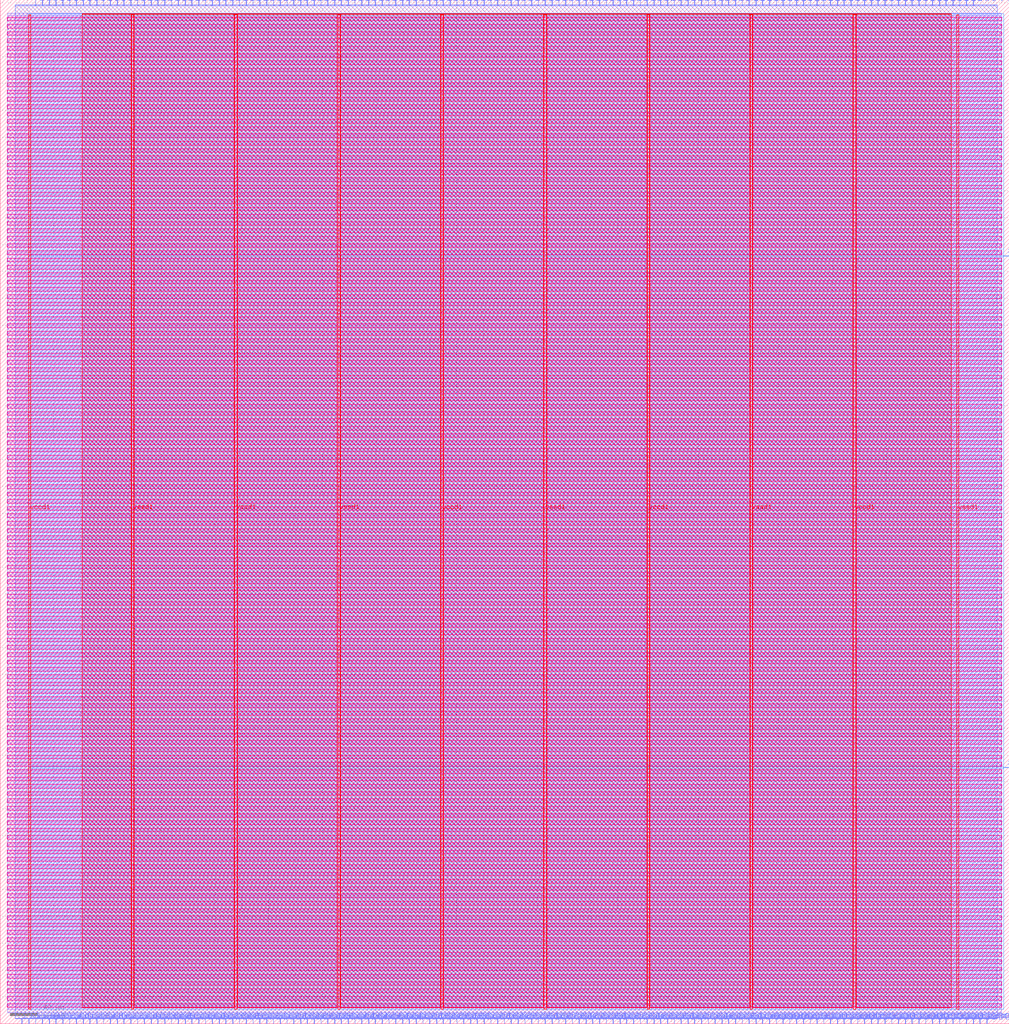
<source format=lef>
VERSION 5.7 ;
  NOWIREEXTENSIONATPIN ON ;
  DIVIDERCHAR "/" ;
  BUSBITCHARS "[]" ;
MACRO icache_ram
  CLASS BLOCK ;
  FOREIGN icache_ram ;
  ORIGIN 0.000 0.000 ;
  SIZE 751.465 BY 762.185 ;
  PIN i_addr[0]
    DIRECTION INPUT ;
    USE SIGNAL ;
    PORT
      LAYER met2 ;
        RECT 16.190 0.000 16.470 4.000 ;
    END
  END i_addr[0]
  PIN i_addr[1]
    DIRECTION INPUT ;
    USE SIGNAL ;
    PORT
      LAYER met2 ;
        RECT 21.250 0.000 21.530 4.000 ;
    END
  END i_addr[1]
  PIN i_addr[2]
    DIRECTION INPUT ;
    USE SIGNAL ;
    PORT
      LAYER met2 ;
        RECT 26.310 0.000 26.590 4.000 ;
    END
  END i_addr[2]
  PIN i_addr[3]
    DIRECTION INPUT ;
    USE SIGNAL ;
    PORT
      LAYER met2 ;
        RECT 31.370 0.000 31.650 4.000 ;
    END
  END i_addr[3]
  PIN i_addr[4]
    DIRECTION INPUT ;
    USE SIGNAL ;
    PORT
      LAYER met2 ;
        RECT 36.430 0.000 36.710 4.000 ;
    END
  END i_addr[4]
  PIN i_clk
    DIRECTION INPUT ;
    USE SIGNAL ;
    PORT
      LAYER met3 ;
        RECT 747.465 190.440 751.465 191.040 ;
    END
  END i_clk
  PIN i_data[0]
    DIRECTION INPUT ;
    USE SIGNAL ;
    PORT
      LAYER met2 ;
        RECT 41.490 0.000 41.770 4.000 ;
    END
  END i_data[0]
  PIN i_data[100]
    DIRECTION INPUT ;
    USE SIGNAL ;
    PORT
      LAYER met2 ;
        RECT 547.490 0.000 547.770 4.000 ;
    END
  END i_data[100]
  PIN i_data[101]
    DIRECTION INPUT ;
    USE SIGNAL ;
    PORT
      LAYER met2 ;
        RECT 552.550 0.000 552.830 4.000 ;
    END
  END i_data[101]
  PIN i_data[102]
    DIRECTION INPUT ;
    USE SIGNAL ;
    PORT
      LAYER met2 ;
        RECT 557.610 0.000 557.890 4.000 ;
    END
  END i_data[102]
  PIN i_data[103]
    DIRECTION INPUT ;
    USE SIGNAL ;
    PORT
      LAYER met2 ;
        RECT 562.670 0.000 562.950 4.000 ;
    END
  END i_data[103]
  PIN i_data[104]
    DIRECTION INPUT ;
    USE SIGNAL ;
    PORT
      LAYER met2 ;
        RECT 567.730 0.000 568.010 4.000 ;
    END
  END i_data[104]
  PIN i_data[105]
    DIRECTION INPUT ;
    USE SIGNAL ;
    PORT
      LAYER met2 ;
        RECT 572.790 0.000 573.070 4.000 ;
    END
  END i_data[105]
  PIN i_data[106]
    DIRECTION INPUT ;
    USE SIGNAL ;
    PORT
      LAYER met2 ;
        RECT 577.850 0.000 578.130 4.000 ;
    END
  END i_data[106]
  PIN i_data[107]
    DIRECTION INPUT ;
    USE SIGNAL ;
    PORT
      LAYER met2 ;
        RECT 582.910 0.000 583.190 4.000 ;
    END
  END i_data[107]
  PIN i_data[108]
    DIRECTION INPUT ;
    USE SIGNAL ;
    PORT
      LAYER met2 ;
        RECT 587.970 0.000 588.250 4.000 ;
    END
  END i_data[108]
  PIN i_data[109]
    DIRECTION INPUT ;
    USE SIGNAL ;
    PORT
      LAYER met2 ;
        RECT 593.030 0.000 593.310 4.000 ;
    END
  END i_data[109]
  PIN i_data[10]
    DIRECTION INPUT ;
    USE SIGNAL ;
    PORT
      LAYER met2 ;
        RECT 92.090 0.000 92.370 4.000 ;
    END
  END i_data[10]
  PIN i_data[110]
    DIRECTION INPUT ;
    USE SIGNAL ;
    PORT
      LAYER met2 ;
        RECT 598.090 0.000 598.370 4.000 ;
    END
  END i_data[110]
  PIN i_data[111]
    DIRECTION INPUT ;
    USE SIGNAL ;
    PORT
      LAYER met2 ;
        RECT 603.150 0.000 603.430 4.000 ;
    END
  END i_data[111]
  PIN i_data[112]
    DIRECTION INPUT ;
    USE SIGNAL ;
    PORT
      LAYER met2 ;
        RECT 608.210 0.000 608.490 4.000 ;
    END
  END i_data[112]
  PIN i_data[113]
    DIRECTION INPUT ;
    USE SIGNAL ;
    PORT
      LAYER met2 ;
        RECT 613.270 0.000 613.550 4.000 ;
    END
  END i_data[113]
  PIN i_data[114]
    DIRECTION INPUT ;
    USE SIGNAL ;
    PORT
      LAYER met2 ;
        RECT 618.330 0.000 618.610 4.000 ;
    END
  END i_data[114]
  PIN i_data[115]
    DIRECTION INPUT ;
    USE SIGNAL ;
    PORT
      LAYER met2 ;
        RECT 623.390 0.000 623.670 4.000 ;
    END
  END i_data[115]
  PIN i_data[116]
    DIRECTION INPUT ;
    USE SIGNAL ;
    PORT
      LAYER met2 ;
        RECT 628.450 0.000 628.730 4.000 ;
    END
  END i_data[116]
  PIN i_data[117]
    DIRECTION INPUT ;
    USE SIGNAL ;
    PORT
      LAYER met2 ;
        RECT 633.510 0.000 633.790 4.000 ;
    END
  END i_data[117]
  PIN i_data[118]
    DIRECTION INPUT ;
    USE SIGNAL ;
    PORT
      LAYER met2 ;
        RECT 638.570 0.000 638.850 4.000 ;
    END
  END i_data[118]
  PIN i_data[119]
    DIRECTION INPUT ;
    USE SIGNAL ;
    PORT
      LAYER met2 ;
        RECT 643.630 0.000 643.910 4.000 ;
    END
  END i_data[119]
  PIN i_data[11]
    DIRECTION INPUT ;
    USE SIGNAL ;
    PORT
      LAYER met2 ;
        RECT 97.150 0.000 97.430 4.000 ;
    END
  END i_data[11]
  PIN i_data[120]
    DIRECTION INPUT ;
    USE SIGNAL ;
    PORT
      LAYER met2 ;
        RECT 648.690 0.000 648.970 4.000 ;
    END
  END i_data[120]
  PIN i_data[121]
    DIRECTION INPUT ;
    USE SIGNAL ;
    PORT
      LAYER met2 ;
        RECT 653.750 0.000 654.030 4.000 ;
    END
  END i_data[121]
  PIN i_data[122]
    DIRECTION INPUT ;
    USE SIGNAL ;
    PORT
      LAYER met2 ;
        RECT 658.810 0.000 659.090 4.000 ;
    END
  END i_data[122]
  PIN i_data[123]
    DIRECTION INPUT ;
    USE SIGNAL ;
    PORT
      LAYER met2 ;
        RECT 663.870 0.000 664.150 4.000 ;
    END
  END i_data[123]
  PIN i_data[124]
    DIRECTION INPUT ;
    USE SIGNAL ;
    PORT
      LAYER met2 ;
        RECT 668.930 0.000 669.210 4.000 ;
    END
  END i_data[124]
  PIN i_data[125]
    DIRECTION INPUT ;
    USE SIGNAL ;
    PORT
      LAYER met2 ;
        RECT 673.990 0.000 674.270 4.000 ;
    END
  END i_data[125]
  PIN i_data[126]
    DIRECTION INPUT ;
    USE SIGNAL ;
    PORT
      LAYER met2 ;
        RECT 679.050 0.000 679.330 4.000 ;
    END
  END i_data[126]
  PIN i_data[127]
    DIRECTION INPUT ;
    USE SIGNAL ;
    PORT
      LAYER met2 ;
        RECT 684.110 0.000 684.390 4.000 ;
    END
  END i_data[127]
  PIN i_data[128]
    DIRECTION INPUT ;
    USE SIGNAL ;
    PORT
      LAYER met2 ;
        RECT 689.170 0.000 689.450 4.000 ;
    END
  END i_data[128]
  PIN i_data[129]
    DIRECTION INPUT ;
    USE SIGNAL ;
    PORT
      LAYER met2 ;
        RECT 694.230 0.000 694.510 4.000 ;
    END
  END i_data[129]
  PIN i_data[12]
    DIRECTION INPUT ;
    USE SIGNAL ;
    PORT
      LAYER met2 ;
        RECT 102.210 0.000 102.490 4.000 ;
    END
  END i_data[12]
  PIN i_data[130]
    DIRECTION INPUT ;
    USE SIGNAL ;
    PORT
      LAYER met2 ;
        RECT 699.290 0.000 699.570 4.000 ;
    END
  END i_data[130]
  PIN i_data[131]
    DIRECTION INPUT ;
    USE SIGNAL ;
    PORT
      LAYER met2 ;
        RECT 704.350 0.000 704.630 4.000 ;
    END
  END i_data[131]
  PIN i_data[132]
    DIRECTION INPUT ;
    USE SIGNAL ;
    PORT
      LAYER met2 ;
        RECT 709.410 0.000 709.690 4.000 ;
    END
  END i_data[132]
  PIN i_data[133]
    DIRECTION INPUT ;
    USE SIGNAL ;
    PORT
      LAYER met2 ;
        RECT 714.470 0.000 714.750 4.000 ;
    END
  END i_data[133]
  PIN i_data[134]
    DIRECTION INPUT ;
    USE SIGNAL ;
    PORT
      LAYER met2 ;
        RECT 719.530 0.000 719.810 4.000 ;
    END
  END i_data[134]
  PIN i_data[135]
    DIRECTION INPUT ;
    USE SIGNAL ;
    PORT
      LAYER met2 ;
        RECT 724.590 0.000 724.870 4.000 ;
    END
  END i_data[135]
  PIN i_data[136]
    DIRECTION INPUT ;
    USE SIGNAL ;
    PORT
      LAYER met2 ;
        RECT 729.650 0.000 729.930 4.000 ;
    END
  END i_data[136]
  PIN i_data[137]
    DIRECTION INPUT ;
    USE SIGNAL ;
    PORT
      LAYER met2 ;
        RECT 734.710 0.000 734.990 4.000 ;
    END
  END i_data[137]
  PIN i_data[13]
    DIRECTION INPUT ;
    USE SIGNAL ;
    PORT
      LAYER met2 ;
        RECT 107.270 0.000 107.550 4.000 ;
    END
  END i_data[13]
  PIN i_data[14]
    DIRECTION INPUT ;
    USE SIGNAL ;
    PORT
      LAYER met2 ;
        RECT 112.330 0.000 112.610 4.000 ;
    END
  END i_data[14]
  PIN i_data[15]
    DIRECTION INPUT ;
    USE SIGNAL ;
    PORT
      LAYER met2 ;
        RECT 117.390 0.000 117.670 4.000 ;
    END
  END i_data[15]
  PIN i_data[16]
    DIRECTION INPUT ;
    USE SIGNAL ;
    PORT
      LAYER met2 ;
        RECT 122.450 0.000 122.730 4.000 ;
    END
  END i_data[16]
  PIN i_data[17]
    DIRECTION INPUT ;
    USE SIGNAL ;
    PORT
      LAYER met2 ;
        RECT 127.510 0.000 127.790 4.000 ;
    END
  END i_data[17]
  PIN i_data[18]
    DIRECTION INPUT ;
    USE SIGNAL ;
    PORT
      LAYER met2 ;
        RECT 132.570 0.000 132.850 4.000 ;
    END
  END i_data[18]
  PIN i_data[19]
    DIRECTION INPUT ;
    USE SIGNAL ;
    PORT
      LAYER met2 ;
        RECT 137.630 0.000 137.910 4.000 ;
    END
  END i_data[19]
  PIN i_data[1]
    DIRECTION INPUT ;
    USE SIGNAL ;
    PORT
      LAYER met2 ;
        RECT 46.550 0.000 46.830 4.000 ;
    END
  END i_data[1]
  PIN i_data[20]
    DIRECTION INPUT ;
    USE SIGNAL ;
    PORT
      LAYER met2 ;
        RECT 142.690 0.000 142.970 4.000 ;
    END
  END i_data[20]
  PIN i_data[21]
    DIRECTION INPUT ;
    USE SIGNAL ;
    PORT
      LAYER met2 ;
        RECT 147.750 0.000 148.030 4.000 ;
    END
  END i_data[21]
  PIN i_data[22]
    DIRECTION INPUT ;
    USE SIGNAL ;
    PORT
      LAYER met2 ;
        RECT 152.810 0.000 153.090 4.000 ;
    END
  END i_data[22]
  PIN i_data[23]
    DIRECTION INPUT ;
    USE SIGNAL ;
    PORT
      LAYER met2 ;
        RECT 157.870 0.000 158.150 4.000 ;
    END
  END i_data[23]
  PIN i_data[24]
    DIRECTION INPUT ;
    USE SIGNAL ;
    PORT
      LAYER met2 ;
        RECT 162.930 0.000 163.210 4.000 ;
    END
  END i_data[24]
  PIN i_data[25]
    DIRECTION INPUT ;
    USE SIGNAL ;
    PORT
      LAYER met2 ;
        RECT 167.990 0.000 168.270 4.000 ;
    END
  END i_data[25]
  PIN i_data[26]
    DIRECTION INPUT ;
    USE SIGNAL ;
    PORT
      LAYER met2 ;
        RECT 173.050 0.000 173.330 4.000 ;
    END
  END i_data[26]
  PIN i_data[27]
    DIRECTION INPUT ;
    USE SIGNAL ;
    PORT
      LAYER met2 ;
        RECT 178.110 0.000 178.390 4.000 ;
    END
  END i_data[27]
  PIN i_data[28]
    DIRECTION INPUT ;
    USE SIGNAL ;
    PORT
      LAYER met2 ;
        RECT 183.170 0.000 183.450 4.000 ;
    END
  END i_data[28]
  PIN i_data[29]
    DIRECTION INPUT ;
    USE SIGNAL ;
    PORT
      LAYER met2 ;
        RECT 188.230 0.000 188.510 4.000 ;
    END
  END i_data[29]
  PIN i_data[2]
    DIRECTION INPUT ;
    USE SIGNAL ;
    PORT
      LAYER met2 ;
        RECT 51.610 0.000 51.890 4.000 ;
    END
  END i_data[2]
  PIN i_data[30]
    DIRECTION INPUT ;
    USE SIGNAL ;
    PORT
      LAYER met2 ;
        RECT 193.290 0.000 193.570 4.000 ;
    END
  END i_data[30]
  PIN i_data[31]
    DIRECTION INPUT ;
    USE SIGNAL ;
    PORT
      LAYER met2 ;
        RECT 198.350 0.000 198.630 4.000 ;
    END
  END i_data[31]
  PIN i_data[32]
    DIRECTION INPUT ;
    USE SIGNAL ;
    PORT
      LAYER met2 ;
        RECT 203.410 0.000 203.690 4.000 ;
    END
  END i_data[32]
  PIN i_data[33]
    DIRECTION INPUT ;
    USE SIGNAL ;
    PORT
      LAYER met2 ;
        RECT 208.470 0.000 208.750 4.000 ;
    END
  END i_data[33]
  PIN i_data[34]
    DIRECTION INPUT ;
    USE SIGNAL ;
    PORT
      LAYER met2 ;
        RECT 213.530 0.000 213.810 4.000 ;
    END
  END i_data[34]
  PIN i_data[35]
    DIRECTION INPUT ;
    USE SIGNAL ;
    PORT
      LAYER met2 ;
        RECT 218.590 0.000 218.870 4.000 ;
    END
  END i_data[35]
  PIN i_data[36]
    DIRECTION INPUT ;
    USE SIGNAL ;
    PORT
      LAYER met2 ;
        RECT 223.650 0.000 223.930 4.000 ;
    END
  END i_data[36]
  PIN i_data[37]
    DIRECTION INPUT ;
    USE SIGNAL ;
    PORT
      LAYER met2 ;
        RECT 228.710 0.000 228.990 4.000 ;
    END
  END i_data[37]
  PIN i_data[38]
    DIRECTION INPUT ;
    USE SIGNAL ;
    PORT
      LAYER met2 ;
        RECT 233.770 0.000 234.050 4.000 ;
    END
  END i_data[38]
  PIN i_data[39]
    DIRECTION INPUT ;
    USE SIGNAL ;
    PORT
      LAYER met2 ;
        RECT 238.830 0.000 239.110 4.000 ;
    END
  END i_data[39]
  PIN i_data[3]
    DIRECTION INPUT ;
    USE SIGNAL ;
    PORT
      LAYER met2 ;
        RECT 56.670 0.000 56.950 4.000 ;
    END
  END i_data[3]
  PIN i_data[40]
    DIRECTION INPUT ;
    USE SIGNAL ;
    PORT
      LAYER met2 ;
        RECT 243.890 0.000 244.170 4.000 ;
    END
  END i_data[40]
  PIN i_data[41]
    DIRECTION INPUT ;
    USE SIGNAL ;
    PORT
      LAYER met2 ;
        RECT 248.950 0.000 249.230 4.000 ;
    END
  END i_data[41]
  PIN i_data[42]
    DIRECTION INPUT ;
    USE SIGNAL ;
    PORT
      LAYER met2 ;
        RECT 254.010 0.000 254.290 4.000 ;
    END
  END i_data[42]
  PIN i_data[43]
    DIRECTION INPUT ;
    USE SIGNAL ;
    PORT
      LAYER met2 ;
        RECT 259.070 0.000 259.350 4.000 ;
    END
  END i_data[43]
  PIN i_data[44]
    DIRECTION INPUT ;
    USE SIGNAL ;
    PORT
      LAYER met2 ;
        RECT 264.130 0.000 264.410 4.000 ;
    END
  END i_data[44]
  PIN i_data[45]
    DIRECTION INPUT ;
    USE SIGNAL ;
    PORT
      LAYER met2 ;
        RECT 269.190 0.000 269.470 4.000 ;
    END
  END i_data[45]
  PIN i_data[46]
    DIRECTION INPUT ;
    USE SIGNAL ;
    PORT
      LAYER met2 ;
        RECT 274.250 0.000 274.530 4.000 ;
    END
  END i_data[46]
  PIN i_data[47]
    DIRECTION INPUT ;
    USE SIGNAL ;
    PORT
      LAYER met2 ;
        RECT 279.310 0.000 279.590 4.000 ;
    END
  END i_data[47]
  PIN i_data[48]
    DIRECTION INPUT ;
    USE SIGNAL ;
    PORT
      LAYER met2 ;
        RECT 284.370 0.000 284.650 4.000 ;
    END
  END i_data[48]
  PIN i_data[49]
    DIRECTION INPUT ;
    USE SIGNAL ;
    PORT
      LAYER met2 ;
        RECT 289.430 0.000 289.710 4.000 ;
    END
  END i_data[49]
  PIN i_data[4]
    DIRECTION INPUT ;
    USE SIGNAL ;
    PORT
      LAYER met2 ;
        RECT 61.730 0.000 62.010 4.000 ;
    END
  END i_data[4]
  PIN i_data[50]
    DIRECTION INPUT ;
    USE SIGNAL ;
    PORT
      LAYER met2 ;
        RECT 294.490 0.000 294.770 4.000 ;
    END
  END i_data[50]
  PIN i_data[51]
    DIRECTION INPUT ;
    USE SIGNAL ;
    PORT
      LAYER met2 ;
        RECT 299.550 0.000 299.830 4.000 ;
    END
  END i_data[51]
  PIN i_data[52]
    DIRECTION INPUT ;
    USE SIGNAL ;
    PORT
      LAYER met2 ;
        RECT 304.610 0.000 304.890 4.000 ;
    END
  END i_data[52]
  PIN i_data[53]
    DIRECTION INPUT ;
    USE SIGNAL ;
    PORT
      LAYER met2 ;
        RECT 309.670 0.000 309.950 4.000 ;
    END
  END i_data[53]
  PIN i_data[54]
    DIRECTION INPUT ;
    USE SIGNAL ;
    PORT
      LAYER met2 ;
        RECT 314.730 0.000 315.010 4.000 ;
    END
  END i_data[54]
  PIN i_data[55]
    DIRECTION INPUT ;
    USE SIGNAL ;
    PORT
      LAYER met2 ;
        RECT 319.790 0.000 320.070 4.000 ;
    END
  END i_data[55]
  PIN i_data[56]
    DIRECTION INPUT ;
    USE SIGNAL ;
    PORT
      LAYER met2 ;
        RECT 324.850 0.000 325.130 4.000 ;
    END
  END i_data[56]
  PIN i_data[57]
    DIRECTION INPUT ;
    USE SIGNAL ;
    PORT
      LAYER met2 ;
        RECT 329.910 0.000 330.190 4.000 ;
    END
  END i_data[57]
  PIN i_data[58]
    DIRECTION INPUT ;
    USE SIGNAL ;
    PORT
      LAYER met2 ;
        RECT 334.970 0.000 335.250 4.000 ;
    END
  END i_data[58]
  PIN i_data[59]
    DIRECTION INPUT ;
    USE SIGNAL ;
    PORT
      LAYER met2 ;
        RECT 340.030 0.000 340.310 4.000 ;
    END
  END i_data[59]
  PIN i_data[5]
    DIRECTION INPUT ;
    USE SIGNAL ;
    PORT
      LAYER met2 ;
        RECT 66.790 0.000 67.070 4.000 ;
    END
  END i_data[5]
  PIN i_data[60]
    DIRECTION INPUT ;
    USE SIGNAL ;
    PORT
      LAYER met2 ;
        RECT 345.090 0.000 345.370 4.000 ;
    END
  END i_data[60]
  PIN i_data[61]
    DIRECTION INPUT ;
    USE SIGNAL ;
    PORT
      LAYER met2 ;
        RECT 350.150 0.000 350.430 4.000 ;
    END
  END i_data[61]
  PIN i_data[62]
    DIRECTION INPUT ;
    USE SIGNAL ;
    PORT
      LAYER met2 ;
        RECT 355.210 0.000 355.490 4.000 ;
    END
  END i_data[62]
  PIN i_data[63]
    DIRECTION INPUT ;
    USE SIGNAL ;
    PORT
      LAYER met2 ;
        RECT 360.270 0.000 360.550 4.000 ;
    END
  END i_data[63]
  PIN i_data[64]
    DIRECTION INPUT ;
    USE SIGNAL ;
    PORT
      LAYER met2 ;
        RECT 365.330 0.000 365.610 4.000 ;
    END
  END i_data[64]
  PIN i_data[65]
    DIRECTION INPUT ;
    USE SIGNAL ;
    PORT
      LAYER met2 ;
        RECT 370.390 0.000 370.670 4.000 ;
    END
  END i_data[65]
  PIN i_data[66]
    DIRECTION INPUT ;
    USE SIGNAL ;
    PORT
      LAYER met2 ;
        RECT 375.450 0.000 375.730 4.000 ;
    END
  END i_data[66]
  PIN i_data[67]
    DIRECTION INPUT ;
    USE SIGNAL ;
    PORT
      LAYER met2 ;
        RECT 380.510 0.000 380.790 4.000 ;
    END
  END i_data[67]
  PIN i_data[68]
    DIRECTION INPUT ;
    USE SIGNAL ;
    PORT
      LAYER met2 ;
        RECT 385.570 0.000 385.850 4.000 ;
    END
  END i_data[68]
  PIN i_data[69]
    DIRECTION INPUT ;
    USE SIGNAL ;
    PORT
      LAYER met2 ;
        RECT 390.630 0.000 390.910 4.000 ;
    END
  END i_data[69]
  PIN i_data[6]
    DIRECTION INPUT ;
    USE SIGNAL ;
    PORT
      LAYER met2 ;
        RECT 71.850 0.000 72.130 4.000 ;
    END
  END i_data[6]
  PIN i_data[70]
    DIRECTION INPUT ;
    USE SIGNAL ;
    PORT
      LAYER met2 ;
        RECT 395.690 0.000 395.970 4.000 ;
    END
  END i_data[70]
  PIN i_data[71]
    DIRECTION INPUT ;
    USE SIGNAL ;
    PORT
      LAYER met2 ;
        RECT 400.750 0.000 401.030 4.000 ;
    END
  END i_data[71]
  PIN i_data[72]
    DIRECTION INPUT ;
    USE SIGNAL ;
    PORT
      LAYER met2 ;
        RECT 405.810 0.000 406.090 4.000 ;
    END
  END i_data[72]
  PIN i_data[73]
    DIRECTION INPUT ;
    USE SIGNAL ;
    PORT
      LAYER met2 ;
        RECT 410.870 0.000 411.150 4.000 ;
    END
  END i_data[73]
  PIN i_data[74]
    DIRECTION INPUT ;
    USE SIGNAL ;
    PORT
      LAYER met2 ;
        RECT 415.930 0.000 416.210 4.000 ;
    END
  END i_data[74]
  PIN i_data[75]
    DIRECTION INPUT ;
    USE SIGNAL ;
    PORT
      LAYER met2 ;
        RECT 420.990 0.000 421.270 4.000 ;
    END
  END i_data[75]
  PIN i_data[76]
    DIRECTION INPUT ;
    USE SIGNAL ;
    PORT
      LAYER met2 ;
        RECT 426.050 0.000 426.330 4.000 ;
    END
  END i_data[76]
  PIN i_data[77]
    DIRECTION INPUT ;
    USE SIGNAL ;
    PORT
      LAYER met2 ;
        RECT 431.110 0.000 431.390 4.000 ;
    END
  END i_data[77]
  PIN i_data[78]
    DIRECTION INPUT ;
    USE SIGNAL ;
    PORT
      LAYER met2 ;
        RECT 436.170 0.000 436.450 4.000 ;
    END
  END i_data[78]
  PIN i_data[79]
    DIRECTION INPUT ;
    USE SIGNAL ;
    PORT
      LAYER met2 ;
        RECT 441.230 0.000 441.510 4.000 ;
    END
  END i_data[79]
  PIN i_data[7]
    DIRECTION INPUT ;
    USE SIGNAL ;
    PORT
      LAYER met2 ;
        RECT 76.910 0.000 77.190 4.000 ;
    END
  END i_data[7]
  PIN i_data[80]
    DIRECTION INPUT ;
    USE SIGNAL ;
    PORT
      LAYER met2 ;
        RECT 446.290 0.000 446.570 4.000 ;
    END
  END i_data[80]
  PIN i_data[81]
    DIRECTION INPUT ;
    USE SIGNAL ;
    PORT
      LAYER met2 ;
        RECT 451.350 0.000 451.630 4.000 ;
    END
  END i_data[81]
  PIN i_data[82]
    DIRECTION INPUT ;
    USE SIGNAL ;
    PORT
      LAYER met2 ;
        RECT 456.410 0.000 456.690 4.000 ;
    END
  END i_data[82]
  PIN i_data[83]
    DIRECTION INPUT ;
    USE SIGNAL ;
    PORT
      LAYER met2 ;
        RECT 461.470 0.000 461.750 4.000 ;
    END
  END i_data[83]
  PIN i_data[84]
    DIRECTION INPUT ;
    USE SIGNAL ;
    PORT
      LAYER met2 ;
        RECT 466.530 0.000 466.810 4.000 ;
    END
  END i_data[84]
  PIN i_data[85]
    DIRECTION INPUT ;
    USE SIGNAL ;
    PORT
      LAYER met2 ;
        RECT 471.590 0.000 471.870 4.000 ;
    END
  END i_data[85]
  PIN i_data[86]
    DIRECTION INPUT ;
    USE SIGNAL ;
    PORT
      LAYER met2 ;
        RECT 476.650 0.000 476.930 4.000 ;
    END
  END i_data[86]
  PIN i_data[87]
    DIRECTION INPUT ;
    USE SIGNAL ;
    PORT
      LAYER met2 ;
        RECT 481.710 0.000 481.990 4.000 ;
    END
  END i_data[87]
  PIN i_data[88]
    DIRECTION INPUT ;
    USE SIGNAL ;
    PORT
      LAYER met2 ;
        RECT 486.770 0.000 487.050 4.000 ;
    END
  END i_data[88]
  PIN i_data[89]
    DIRECTION INPUT ;
    USE SIGNAL ;
    PORT
      LAYER met2 ;
        RECT 491.830 0.000 492.110 4.000 ;
    END
  END i_data[89]
  PIN i_data[8]
    DIRECTION INPUT ;
    USE SIGNAL ;
    PORT
      LAYER met2 ;
        RECT 81.970 0.000 82.250 4.000 ;
    END
  END i_data[8]
  PIN i_data[90]
    DIRECTION INPUT ;
    USE SIGNAL ;
    PORT
      LAYER met2 ;
        RECT 496.890 0.000 497.170 4.000 ;
    END
  END i_data[90]
  PIN i_data[91]
    DIRECTION INPUT ;
    USE SIGNAL ;
    PORT
      LAYER met2 ;
        RECT 501.950 0.000 502.230 4.000 ;
    END
  END i_data[91]
  PIN i_data[92]
    DIRECTION INPUT ;
    USE SIGNAL ;
    PORT
      LAYER met2 ;
        RECT 507.010 0.000 507.290 4.000 ;
    END
  END i_data[92]
  PIN i_data[93]
    DIRECTION INPUT ;
    USE SIGNAL ;
    PORT
      LAYER met2 ;
        RECT 512.070 0.000 512.350 4.000 ;
    END
  END i_data[93]
  PIN i_data[94]
    DIRECTION INPUT ;
    USE SIGNAL ;
    PORT
      LAYER met2 ;
        RECT 517.130 0.000 517.410 4.000 ;
    END
  END i_data[94]
  PIN i_data[95]
    DIRECTION INPUT ;
    USE SIGNAL ;
    PORT
      LAYER met2 ;
        RECT 522.190 0.000 522.470 4.000 ;
    END
  END i_data[95]
  PIN i_data[96]
    DIRECTION INPUT ;
    USE SIGNAL ;
    PORT
      LAYER met2 ;
        RECT 527.250 0.000 527.530 4.000 ;
    END
  END i_data[96]
  PIN i_data[97]
    DIRECTION INPUT ;
    USE SIGNAL ;
    PORT
      LAYER met2 ;
        RECT 532.310 0.000 532.590 4.000 ;
    END
  END i_data[97]
  PIN i_data[98]
    DIRECTION INPUT ;
    USE SIGNAL ;
    PORT
      LAYER met2 ;
        RECT 537.370 0.000 537.650 4.000 ;
    END
  END i_data[98]
  PIN i_data[99]
    DIRECTION INPUT ;
    USE SIGNAL ;
    PORT
      LAYER met2 ;
        RECT 542.430 0.000 542.710 4.000 ;
    END
  END i_data[99]
  PIN i_data[9]
    DIRECTION INPUT ;
    USE SIGNAL ;
    PORT
      LAYER met2 ;
        RECT 87.030 0.000 87.310 4.000 ;
    END
  END i_data[9]
  PIN i_rst
    DIRECTION INPUT ;
    USE SIGNAL ;
    PORT
      LAYER met3 ;
        RECT 747.465 571.240 751.465 571.840 ;
    END
  END i_rst
  PIN i_we
    DIRECTION INPUT ;
    USE SIGNAL ;
    PORT
      LAYER met2 ;
        RECT 724.590 758.185 724.870 762.185 ;
    END
  END i_we
  PIN o_data[0]
    DIRECTION OUTPUT TRISTATE ;
    USE SIGNAL ;
    PORT
      LAYER met2 ;
        RECT 26.310 758.185 26.590 762.185 ;
    END
  END o_data[0]
  PIN o_data[100]
    DIRECTION OUTPUT TRISTATE ;
    USE SIGNAL ;
    PORT
      LAYER met2 ;
        RECT 532.310 758.185 532.590 762.185 ;
    END
  END o_data[100]
  PIN o_data[101]
    DIRECTION OUTPUT TRISTATE ;
    USE SIGNAL ;
    PORT
      LAYER met2 ;
        RECT 537.370 758.185 537.650 762.185 ;
    END
  END o_data[101]
  PIN o_data[102]
    DIRECTION OUTPUT TRISTATE ;
    USE SIGNAL ;
    PORT
      LAYER met2 ;
        RECT 542.430 758.185 542.710 762.185 ;
    END
  END o_data[102]
  PIN o_data[103]
    DIRECTION OUTPUT TRISTATE ;
    USE SIGNAL ;
    PORT
      LAYER met2 ;
        RECT 547.490 758.185 547.770 762.185 ;
    END
  END o_data[103]
  PIN o_data[104]
    DIRECTION OUTPUT TRISTATE ;
    USE SIGNAL ;
    PORT
      LAYER met2 ;
        RECT 552.550 758.185 552.830 762.185 ;
    END
  END o_data[104]
  PIN o_data[105]
    DIRECTION OUTPUT TRISTATE ;
    USE SIGNAL ;
    PORT
      LAYER met2 ;
        RECT 557.610 758.185 557.890 762.185 ;
    END
  END o_data[105]
  PIN o_data[106]
    DIRECTION OUTPUT TRISTATE ;
    USE SIGNAL ;
    PORT
      LAYER met2 ;
        RECT 562.670 758.185 562.950 762.185 ;
    END
  END o_data[106]
  PIN o_data[107]
    DIRECTION OUTPUT TRISTATE ;
    USE SIGNAL ;
    PORT
      LAYER met2 ;
        RECT 567.730 758.185 568.010 762.185 ;
    END
  END o_data[107]
  PIN o_data[108]
    DIRECTION OUTPUT TRISTATE ;
    USE SIGNAL ;
    PORT
      LAYER met2 ;
        RECT 572.790 758.185 573.070 762.185 ;
    END
  END o_data[108]
  PIN o_data[109]
    DIRECTION OUTPUT TRISTATE ;
    USE SIGNAL ;
    PORT
      LAYER met2 ;
        RECT 577.850 758.185 578.130 762.185 ;
    END
  END o_data[109]
  PIN o_data[10]
    DIRECTION OUTPUT TRISTATE ;
    USE SIGNAL ;
    PORT
      LAYER met2 ;
        RECT 76.910 758.185 77.190 762.185 ;
    END
  END o_data[10]
  PIN o_data[110]
    DIRECTION OUTPUT TRISTATE ;
    USE SIGNAL ;
    PORT
      LAYER met2 ;
        RECT 582.910 758.185 583.190 762.185 ;
    END
  END o_data[110]
  PIN o_data[111]
    DIRECTION OUTPUT TRISTATE ;
    USE SIGNAL ;
    PORT
      LAYER met2 ;
        RECT 587.970 758.185 588.250 762.185 ;
    END
  END o_data[111]
  PIN o_data[112]
    DIRECTION OUTPUT TRISTATE ;
    USE SIGNAL ;
    PORT
      LAYER met2 ;
        RECT 593.030 758.185 593.310 762.185 ;
    END
  END o_data[112]
  PIN o_data[113]
    DIRECTION OUTPUT TRISTATE ;
    USE SIGNAL ;
    PORT
      LAYER met2 ;
        RECT 598.090 758.185 598.370 762.185 ;
    END
  END o_data[113]
  PIN o_data[114]
    DIRECTION OUTPUT TRISTATE ;
    USE SIGNAL ;
    PORT
      LAYER met2 ;
        RECT 603.150 758.185 603.430 762.185 ;
    END
  END o_data[114]
  PIN o_data[115]
    DIRECTION OUTPUT TRISTATE ;
    USE SIGNAL ;
    PORT
      LAYER met2 ;
        RECT 608.210 758.185 608.490 762.185 ;
    END
  END o_data[115]
  PIN o_data[116]
    DIRECTION OUTPUT TRISTATE ;
    USE SIGNAL ;
    PORT
      LAYER met2 ;
        RECT 613.270 758.185 613.550 762.185 ;
    END
  END o_data[116]
  PIN o_data[117]
    DIRECTION OUTPUT TRISTATE ;
    USE SIGNAL ;
    PORT
      LAYER met2 ;
        RECT 618.330 758.185 618.610 762.185 ;
    END
  END o_data[117]
  PIN o_data[118]
    DIRECTION OUTPUT TRISTATE ;
    USE SIGNAL ;
    PORT
      LAYER met2 ;
        RECT 623.390 758.185 623.670 762.185 ;
    END
  END o_data[118]
  PIN o_data[119]
    DIRECTION OUTPUT TRISTATE ;
    USE SIGNAL ;
    PORT
      LAYER met2 ;
        RECT 628.450 758.185 628.730 762.185 ;
    END
  END o_data[119]
  PIN o_data[11]
    DIRECTION OUTPUT TRISTATE ;
    USE SIGNAL ;
    PORT
      LAYER met2 ;
        RECT 81.970 758.185 82.250 762.185 ;
    END
  END o_data[11]
  PIN o_data[120]
    DIRECTION OUTPUT TRISTATE ;
    USE SIGNAL ;
    PORT
      LAYER met2 ;
        RECT 633.510 758.185 633.790 762.185 ;
    END
  END o_data[120]
  PIN o_data[121]
    DIRECTION OUTPUT TRISTATE ;
    USE SIGNAL ;
    PORT
      LAYER met2 ;
        RECT 638.570 758.185 638.850 762.185 ;
    END
  END o_data[121]
  PIN o_data[122]
    DIRECTION OUTPUT TRISTATE ;
    USE SIGNAL ;
    PORT
      LAYER met2 ;
        RECT 643.630 758.185 643.910 762.185 ;
    END
  END o_data[122]
  PIN o_data[123]
    DIRECTION OUTPUT TRISTATE ;
    USE SIGNAL ;
    PORT
      LAYER met2 ;
        RECT 648.690 758.185 648.970 762.185 ;
    END
  END o_data[123]
  PIN o_data[124]
    DIRECTION OUTPUT TRISTATE ;
    USE SIGNAL ;
    PORT
      LAYER met2 ;
        RECT 653.750 758.185 654.030 762.185 ;
    END
  END o_data[124]
  PIN o_data[125]
    DIRECTION OUTPUT TRISTATE ;
    USE SIGNAL ;
    PORT
      LAYER met2 ;
        RECT 658.810 758.185 659.090 762.185 ;
    END
  END o_data[125]
  PIN o_data[126]
    DIRECTION OUTPUT TRISTATE ;
    USE SIGNAL ;
    PORT
      LAYER met2 ;
        RECT 663.870 758.185 664.150 762.185 ;
    END
  END o_data[126]
  PIN o_data[127]
    DIRECTION OUTPUT TRISTATE ;
    USE SIGNAL ;
    PORT
      LAYER met2 ;
        RECT 668.930 758.185 669.210 762.185 ;
    END
  END o_data[127]
  PIN o_data[128]
    DIRECTION OUTPUT TRISTATE ;
    USE SIGNAL ;
    PORT
      LAYER met2 ;
        RECT 673.990 758.185 674.270 762.185 ;
    END
  END o_data[128]
  PIN o_data[129]
    DIRECTION OUTPUT TRISTATE ;
    USE SIGNAL ;
    PORT
      LAYER met2 ;
        RECT 679.050 758.185 679.330 762.185 ;
    END
  END o_data[129]
  PIN o_data[12]
    DIRECTION OUTPUT TRISTATE ;
    USE SIGNAL ;
    PORT
      LAYER met2 ;
        RECT 87.030 758.185 87.310 762.185 ;
    END
  END o_data[12]
  PIN o_data[130]
    DIRECTION OUTPUT TRISTATE ;
    USE SIGNAL ;
    PORT
      LAYER met2 ;
        RECT 684.110 758.185 684.390 762.185 ;
    END
  END o_data[130]
  PIN o_data[131]
    DIRECTION OUTPUT TRISTATE ;
    USE SIGNAL ;
    PORT
      LAYER met2 ;
        RECT 689.170 758.185 689.450 762.185 ;
    END
  END o_data[131]
  PIN o_data[132]
    DIRECTION OUTPUT TRISTATE ;
    USE SIGNAL ;
    PORT
      LAYER met2 ;
        RECT 694.230 758.185 694.510 762.185 ;
    END
  END o_data[132]
  PIN o_data[133]
    DIRECTION OUTPUT TRISTATE ;
    USE SIGNAL ;
    PORT
      LAYER met2 ;
        RECT 699.290 758.185 699.570 762.185 ;
    END
  END o_data[133]
  PIN o_data[134]
    DIRECTION OUTPUT TRISTATE ;
    USE SIGNAL ;
    PORT
      LAYER met2 ;
        RECT 704.350 758.185 704.630 762.185 ;
    END
  END o_data[134]
  PIN o_data[135]
    DIRECTION OUTPUT TRISTATE ;
    USE SIGNAL ;
    PORT
      LAYER met2 ;
        RECT 709.410 758.185 709.690 762.185 ;
    END
  END o_data[135]
  PIN o_data[136]
    DIRECTION OUTPUT TRISTATE ;
    USE SIGNAL ;
    PORT
      LAYER met2 ;
        RECT 714.470 758.185 714.750 762.185 ;
    END
  END o_data[136]
  PIN o_data[137]
    DIRECTION OUTPUT TRISTATE ;
    USE SIGNAL ;
    PORT
      LAYER met2 ;
        RECT 719.530 758.185 719.810 762.185 ;
    END
  END o_data[137]
  PIN o_data[13]
    DIRECTION OUTPUT TRISTATE ;
    USE SIGNAL ;
    PORT
      LAYER met2 ;
        RECT 92.090 758.185 92.370 762.185 ;
    END
  END o_data[13]
  PIN o_data[14]
    DIRECTION OUTPUT TRISTATE ;
    USE SIGNAL ;
    PORT
      LAYER met2 ;
        RECT 97.150 758.185 97.430 762.185 ;
    END
  END o_data[14]
  PIN o_data[15]
    DIRECTION OUTPUT TRISTATE ;
    USE SIGNAL ;
    PORT
      LAYER met2 ;
        RECT 102.210 758.185 102.490 762.185 ;
    END
  END o_data[15]
  PIN o_data[16]
    DIRECTION OUTPUT TRISTATE ;
    USE SIGNAL ;
    PORT
      LAYER met2 ;
        RECT 107.270 758.185 107.550 762.185 ;
    END
  END o_data[16]
  PIN o_data[17]
    DIRECTION OUTPUT TRISTATE ;
    USE SIGNAL ;
    PORT
      LAYER met2 ;
        RECT 112.330 758.185 112.610 762.185 ;
    END
  END o_data[17]
  PIN o_data[18]
    DIRECTION OUTPUT TRISTATE ;
    USE SIGNAL ;
    PORT
      LAYER met2 ;
        RECT 117.390 758.185 117.670 762.185 ;
    END
  END o_data[18]
  PIN o_data[19]
    DIRECTION OUTPUT TRISTATE ;
    USE SIGNAL ;
    PORT
      LAYER met2 ;
        RECT 122.450 758.185 122.730 762.185 ;
    END
  END o_data[19]
  PIN o_data[1]
    DIRECTION OUTPUT TRISTATE ;
    USE SIGNAL ;
    PORT
      LAYER met2 ;
        RECT 31.370 758.185 31.650 762.185 ;
    END
  END o_data[1]
  PIN o_data[20]
    DIRECTION OUTPUT TRISTATE ;
    USE SIGNAL ;
    PORT
      LAYER met2 ;
        RECT 127.510 758.185 127.790 762.185 ;
    END
  END o_data[20]
  PIN o_data[21]
    DIRECTION OUTPUT TRISTATE ;
    USE SIGNAL ;
    PORT
      LAYER met2 ;
        RECT 132.570 758.185 132.850 762.185 ;
    END
  END o_data[21]
  PIN o_data[22]
    DIRECTION OUTPUT TRISTATE ;
    USE SIGNAL ;
    PORT
      LAYER met2 ;
        RECT 137.630 758.185 137.910 762.185 ;
    END
  END o_data[22]
  PIN o_data[23]
    DIRECTION OUTPUT TRISTATE ;
    USE SIGNAL ;
    PORT
      LAYER met2 ;
        RECT 142.690 758.185 142.970 762.185 ;
    END
  END o_data[23]
  PIN o_data[24]
    DIRECTION OUTPUT TRISTATE ;
    USE SIGNAL ;
    PORT
      LAYER met2 ;
        RECT 147.750 758.185 148.030 762.185 ;
    END
  END o_data[24]
  PIN o_data[25]
    DIRECTION OUTPUT TRISTATE ;
    USE SIGNAL ;
    PORT
      LAYER met2 ;
        RECT 152.810 758.185 153.090 762.185 ;
    END
  END o_data[25]
  PIN o_data[26]
    DIRECTION OUTPUT TRISTATE ;
    USE SIGNAL ;
    PORT
      LAYER met2 ;
        RECT 157.870 758.185 158.150 762.185 ;
    END
  END o_data[26]
  PIN o_data[27]
    DIRECTION OUTPUT TRISTATE ;
    USE SIGNAL ;
    PORT
      LAYER met2 ;
        RECT 162.930 758.185 163.210 762.185 ;
    END
  END o_data[27]
  PIN o_data[28]
    DIRECTION OUTPUT TRISTATE ;
    USE SIGNAL ;
    PORT
      LAYER met2 ;
        RECT 167.990 758.185 168.270 762.185 ;
    END
  END o_data[28]
  PIN o_data[29]
    DIRECTION OUTPUT TRISTATE ;
    USE SIGNAL ;
    PORT
      LAYER met2 ;
        RECT 173.050 758.185 173.330 762.185 ;
    END
  END o_data[29]
  PIN o_data[2]
    DIRECTION OUTPUT TRISTATE ;
    USE SIGNAL ;
    PORT
      LAYER met2 ;
        RECT 36.430 758.185 36.710 762.185 ;
    END
  END o_data[2]
  PIN o_data[30]
    DIRECTION OUTPUT TRISTATE ;
    USE SIGNAL ;
    PORT
      LAYER met2 ;
        RECT 178.110 758.185 178.390 762.185 ;
    END
  END o_data[30]
  PIN o_data[31]
    DIRECTION OUTPUT TRISTATE ;
    USE SIGNAL ;
    PORT
      LAYER met2 ;
        RECT 183.170 758.185 183.450 762.185 ;
    END
  END o_data[31]
  PIN o_data[32]
    DIRECTION OUTPUT TRISTATE ;
    USE SIGNAL ;
    PORT
      LAYER met2 ;
        RECT 188.230 758.185 188.510 762.185 ;
    END
  END o_data[32]
  PIN o_data[33]
    DIRECTION OUTPUT TRISTATE ;
    USE SIGNAL ;
    PORT
      LAYER met2 ;
        RECT 193.290 758.185 193.570 762.185 ;
    END
  END o_data[33]
  PIN o_data[34]
    DIRECTION OUTPUT TRISTATE ;
    USE SIGNAL ;
    PORT
      LAYER met2 ;
        RECT 198.350 758.185 198.630 762.185 ;
    END
  END o_data[34]
  PIN o_data[35]
    DIRECTION OUTPUT TRISTATE ;
    USE SIGNAL ;
    PORT
      LAYER met2 ;
        RECT 203.410 758.185 203.690 762.185 ;
    END
  END o_data[35]
  PIN o_data[36]
    DIRECTION OUTPUT TRISTATE ;
    USE SIGNAL ;
    PORT
      LAYER met2 ;
        RECT 208.470 758.185 208.750 762.185 ;
    END
  END o_data[36]
  PIN o_data[37]
    DIRECTION OUTPUT TRISTATE ;
    USE SIGNAL ;
    PORT
      LAYER met2 ;
        RECT 213.530 758.185 213.810 762.185 ;
    END
  END o_data[37]
  PIN o_data[38]
    DIRECTION OUTPUT TRISTATE ;
    USE SIGNAL ;
    PORT
      LAYER met2 ;
        RECT 218.590 758.185 218.870 762.185 ;
    END
  END o_data[38]
  PIN o_data[39]
    DIRECTION OUTPUT TRISTATE ;
    USE SIGNAL ;
    PORT
      LAYER met2 ;
        RECT 223.650 758.185 223.930 762.185 ;
    END
  END o_data[39]
  PIN o_data[3]
    DIRECTION OUTPUT TRISTATE ;
    USE SIGNAL ;
    PORT
      LAYER met2 ;
        RECT 41.490 758.185 41.770 762.185 ;
    END
  END o_data[3]
  PIN o_data[40]
    DIRECTION OUTPUT TRISTATE ;
    USE SIGNAL ;
    PORT
      LAYER met2 ;
        RECT 228.710 758.185 228.990 762.185 ;
    END
  END o_data[40]
  PIN o_data[41]
    DIRECTION OUTPUT TRISTATE ;
    USE SIGNAL ;
    PORT
      LAYER met2 ;
        RECT 233.770 758.185 234.050 762.185 ;
    END
  END o_data[41]
  PIN o_data[42]
    DIRECTION OUTPUT TRISTATE ;
    USE SIGNAL ;
    PORT
      LAYER met2 ;
        RECT 238.830 758.185 239.110 762.185 ;
    END
  END o_data[42]
  PIN o_data[43]
    DIRECTION OUTPUT TRISTATE ;
    USE SIGNAL ;
    PORT
      LAYER met2 ;
        RECT 243.890 758.185 244.170 762.185 ;
    END
  END o_data[43]
  PIN o_data[44]
    DIRECTION OUTPUT TRISTATE ;
    USE SIGNAL ;
    PORT
      LAYER met2 ;
        RECT 248.950 758.185 249.230 762.185 ;
    END
  END o_data[44]
  PIN o_data[45]
    DIRECTION OUTPUT TRISTATE ;
    USE SIGNAL ;
    PORT
      LAYER met2 ;
        RECT 254.010 758.185 254.290 762.185 ;
    END
  END o_data[45]
  PIN o_data[46]
    DIRECTION OUTPUT TRISTATE ;
    USE SIGNAL ;
    PORT
      LAYER met2 ;
        RECT 259.070 758.185 259.350 762.185 ;
    END
  END o_data[46]
  PIN o_data[47]
    DIRECTION OUTPUT TRISTATE ;
    USE SIGNAL ;
    PORT
      LAYER met2 ;
        RECT 264.130 758.185 264.410 762.185 ;
    END
  END o_data[47]
  PIN o_data[48]
    DIRECTION OUTPUT TRISTATE ;
    USE SIGNAL ;
    PORT
      LAYER met2 ;
        RECT 269.190 758.185 269.470 762.185 ;
    END
  END o_data[48]
  PIN o_data[49]
    DIRECTION OUTPUT TRISTATE ;
    USE SIGNAL ;
    PORT
      LAYER met2 ;
        RECT 274.250 758.185 274.530 762.185 ;
    END
  END o_data[49]
  PIN o_data[4]
    DIRECTION OUTPUT TRISTATE ;
    USE SIGNAL ;
    PORT
      LAYER met2 ;
        RECT 46.550 758.185 46.830 762.185 ;
    END
  END o_data[4]
  PIN o_data[50]
    DIRECTION OUTPUT TRISTATE ;
    USE SIGNAL ;
    PORT
      LAYER met2 ;
        RECT 279.310 758.185 279.590 762.185 ;
    END
  END o_data[50]
  PIN o_data[51]
    DIRECTION OUTPUT TRISTATE ;
    USE SIGNAL ;
    PORT
      LAYER met2 ;
        RECT 284.370 758.185 284.650 762.185 ;
    END
  END o_data[51]
  PIN o_data[52]
    DIRECTION OUTPUT TRISTATE ;
    USE SIGNAL ;
    PORT
      LAYER met2 ;
        RECT 289.430 758.185 289.710 762.185 ;
    END
  END o_data[52]
  PIN o_data[53]
    DIRECTION OUTPUT TRISTATE ;
    USE SIGNAL ;
    PORT
      LAYER met2 ;
        RECT 294.490 758.185 294.770 762.185 ;
    END
  END o_data[53]
  PIN o_data[54]
    DIRECTION OUTPUT TRISTATE ;
    USE SIGNAL ;
    PORT
      LAYER met2 ;
        RECT 299.550 758.185 299.830 762.185 ;
    END
  END o_data[54]
  PIN o_data[55]
    DIRECTION OUTPUT TRISTATE ;
    USE SIGNAL ;
    PORT
      LAYER met2 ;
        RECT 304.610 758.185 304.890 762.185 ;
    END
  END o_data[55]
  PIN o_data[56]
    DIRECTION OUTPUT TRISTATE ;
    USE SIGNAL ;
    PORT
      LAYER met2 ;
        RECT 309.670 758.185 309.950 762.185 ;
    END
  END o_data[56]
  PIN o_data[57]
    DIRECTION OUTPUT TRISTATE ;
    USE SIGNAL ;
    PORT
      LAYER met2 ;
        RECT 314.730 758.185 315.010 762.185 ;
    END
  END o_data[57]
  PIN o_data[58]
    DIRECTION OUTPUT TRISTATE ;
    USE SIGNAL ;
    PORT
      LAYER met2 ;
        RECT 319.790 758.185 320.070 762.185 ;
    END
  END o_data[58]
  PIN o_data[59]
    DIRECTION OUTPUT TRISTATE ;
    USE SIGNAL ;
    PORT
      LAYER met2 ;
        RECT 324.850 758.185 325.130 762.185 ;
    END
  END o_data[59]
  PIN o_data[5]
    DIRECTION OUTPUT TRISTATE ;
    USE SIGNAL ;
    PORT
      LAYER met2 ;
        RECT 51.610 758.185 51.890 762.185 ;
    END
  END o_data[5]
  PIN o_data[60]
    DIRECTION OUTPUT TRISTATE ;
    USE SIGNAL ;
    PORT
      LAYER met2 ;
        RECT 329.910 758.185 330.190 762.185 ;
    END
  END o_data[60]
  PIN o_data[61]
    DIRECTION OUTPUT TRISTATE ;
    USE SIGNAL ;
    PORT
      LAYER met2 ;
        RECT 334.970 758.185 335.250 762.185 ;
    END
  END o_data[61]
  PIN o_data[62]
    DIRECTION OUTPUT TRISTATE ;
    USE SIGNAL ;
    PORT
      LAYER met2 ;
        RECT 340.030 758.185 340.310 762.185 ;
    END
  END o_data[62]
  PIN o_data[63]
    DIRECTION OUTPUT TRISTATE ;
    USE SIGNAL ;
    PORT
      LAYER met2 ;
        RECT 345.090 758.185 345.370 762.185 ;
    END
  END o_data[63]
  PIN o_data[64]
    DIRECTION OUTPUT TRISTATE ;
    USE SIGNAL ;
    PORT
      LAYER met2 ;
        RECT 350.150 758.185 350.430 762.185 ;
    END
  END o_data[64]
  PIN o_data[65]
    DIRECTION OUTPUT TRISTATE ;
    USE SIGNAL ;
    PORT
      LAYER met2 ;
        RECT 355.210 758.185 355.490 762.185 ;
    END
  END o_data[65]
  PIN o_data[66]
    DIRECTION OUTPUT TRISTATE ;
    USE SIGNAL ;
    PORT
      LAYER met2 ;
        RECT 360.270 758.185 360.550 762.185 ;
    END
  END o_data[66]
  PIN o_data[67]
    DIRECTION OUTPUT TRISTATE ;
    USE SIGNAL ;
    PORT
      LAYER met2 ;
        RECT 365.330 758.185 365.610 762.185 ;
    END
  END o_data[67]
  PIN o_data[68]
    DIRECTION OUTPUT TRISTATE ;
    USE SIGNAL ;
    PORT
      LAYER met2 ;
        RECT 370.390 758.185 370.670 762.185 ;
    END
  END o_data[68]
  PIN o_data[69]
    DIRECTION OUTPUT TRISTATE ;
    USE SIGNAL ;
    PORT
      LAYER met2 ;
        RECT 375.450 758.185 375.730 762.185 ;
    END
  END o_data[69]
  PIN o_data[6]
    DIRECTION OUTPUT TRISTATE ;
    USE SIGNAL ;
    PORT
      LAYER met2 ;
        RECT 56.670 758.185 56.950 762.185 ;
    END
  END o_data[6]
  PIN o_data[70]
    DIRECTION OUTPUT TRISTATE ;
    USE SIGNAL ;
    PORT
      LAYER met2 ;
        RECT 380.510 758.185 380.790 762.185 ;
    END
  END o_data[70]
  PIN o_data[71]
    DIRECTION OUTPUT TRISTATE ;
    USE SIGNAL ;
    PORT
      LAYER met2 ;
        RECT 385.570 758.185 385.850 762.185 ;
    END
  END o_data[71]
  PIN o_data[72]
    DIRECTION OUTPUT TRISTATE ;
    USE SIGNAL ;
    PORT
      LAYER met2 ;
        RECT 390.630 758.185 390.910 762.185 ;
    END
  END o_data[72]
  PIN o_data[73]
    DIRECTION OUTPUT TRISTATE ;
    USE SIGNAL ;
    PORT
      LAYER met2 ;
        RECT 395.690 758.185 395.970 762.185 ;
    END
  END o_data[73]
  PIN o_data[74]
    DIRECTION OUTPUT TRISTATE ;
    USE SIGNAL ;
    PORT
      LAYER met2 ;
        RECT 400.750 758.185 401.030 762.185 ;
    END
  END o_data[74]
  PIN o_data[75]
    DIRECTION OUTPUT TRISTATE ;
    USE SIGNAL ;
    PORT
      LAYER met2 ;
        RECT 405.810 758.185 406.090 762.185 ;
    END
  END o_data[75]
  PIN o_data[76]
    DIRECTION OUTPUT TRISTATE ;
    USE SIGNAL ;
    PORT
      LAYER met2 ;
        RECT 410.870 758.185 411.150 762.185 ;
    END
  END o_data[76]
  PIN o_data[77]
    DIRECTION OUTPUT TRISTATE ;
    USE SIGNAL ;
    PORT
      LAYER met2 ;
        RECT 415.930 758.185 416.210 762.185 ;
    END
  END o_data[77]
  PIN o_data[78]
    DIRECTION OUTPUT TRISTATE ;
    USE SIGNAL ;
    PORT
      LAYER met2 ;
        RECT 420.990 758.185 421.270 762.185 ;
    END
  END o_data[78]
  PIN o_data[79]
    DIRECTION OUTPUT TRISTATE ;
    USE SIGNAL ;
    PORT
      LAYER met2 ;
        RECT 426.050 758.185 426.330 762.185 ;
    END
  END o_data[79]
  PIN o_data[7]
    DIRECTION OUTPUT TRISTATE ;
    USE SIGNAL ;
    PORT
      LAYER met2 ;
        RECT 61.730 758.185 62.010 762.185 ;
    END
  END o_data[7]
  PIN o_data[80]
    DIRECTION OUTPUT TRISTATE ;
    USE SIGNAL ;
    PORT
      LAYER met2 ;
        RECT 431.110 758.185 431.390 762.185 ;
    END
  END o_data[80]
  PIN o_data[81]
    DIRECTION OUTPUT TRISTATE ;
    USE SIGNAL ;
    PORT
      LAYER met2 ;
        RECT 436.170 758.185 436.450 762.185 ;
    END
  END o_data[81]
  PIN o_data[82]
    DIRECTION OUTPUT TRISTATE ;
    USE SIGNAL ;
    PORT
      LAYER met2 ;
        RECT 441.230 758.185 441.510 762.185 ;
    END
  END o_data[82]
  PIN o_data[83]
    DIRECTION OUTPUT TRISTATE ;
    USE SIGNAL ;
    PORT
      LAYER met2 ;
        RECT 446.290 758.185 446.570 762.185 ;
    END
  END o_data[83]
  PIN o_data[84]
    DIRECTION OUTPUT TRISTATE ;
    USE SIGNAL ;
    PORT
      LAYER met2 ;
        RECT 451.350 758.185 451.630 762.185 ;
    END
  END o_data[84]
  PIN o_data[85]
    DIRECTION OUTPUT TRISTATE ;
    USE SIGNAL ;
    PORT
      LAYER met2 ;
        RECT 456.410 758.185 456.690 762.185 ;
    END
  END o_data[85]
  PIN o_data[86]
    DIRECTION OUTPUT TRISTATE ;
    USE SIGNAL ;
    PORT
      LAYER met2 ;
        RECT 461.470 758.185 461.750 762.185 ;
    END
  END o_data[86]
  PIN o_data[87]
    DIRECTION OUTPUT TRISTATE ;
    USE SIGNAL ;
    PORT
      LAYER met2 ;
        RECT 466.530 758.185 466.810 762.185 ;
    END
  END o_data[87]
  PIN o_data[88]
    DIRECTION OUTPUT TRISTATE ;
    USE SIGNAL ;
    PORT
      LAYER met2 ;
        RECT 471.590 758.185 471.870 762.185 ;
    END
  END o_data[88]
  PIN o_data[89]
    DIRECTION OUTPUT TRISTATE ;
    USE SIGNAL ;
    PORT
      LAYER met2 ;
        RECT 476.650 758.185 476.930 762.185 ;
    END
  END o_data[89]
  PIN o_data[8]
    DIRECTION OUTPUT TRISTATE ;
    USE SIGNAL ;
    PORT
      LAYER met2 ;
        RECT 66.790 758.185 67.070 762.185 ;
    END
  END o_data[8]
  PIN o_data[90]
    DIRECTION OUTPUT TRISTATE ;
    USE SIGNAL ;
    PORT
      LAYER met2 ;
        RECT 481.710 758.185 481.990 762.185 ;
    END
  END o_data[90]
  PIN o_data[91]
    DIRECTION OUTPUT TRISTATE ;
    USE SIGNAL ;
    PORT
      LAYER met2 ;
        RECT 486.770 758.185 487.050 762.185 ;
    END
  END o_data[91]
  PIN o_data[92]
    DIRECTION OUTPUT TRISTATE ;
    USE SIGNAL ;
    PORT
      LAYER met2 ;
        RECT 491.830 758.185 492.110 762.185 ;
    END
  END o_data[92]
  PIN o_data[93]
    DIRECTION OUTPUT TRISTATE ;
    USE SIGNAL ;
    PORT
      LAYER met2 ;
        RECT 496.890 758.185 497.170 762.185 ;
    END
  END o_data[93]
  PIN o_data[94]
    DIRECTION OUTPUT TRISTATE ;
    USE SIGNAL ;
    PORT
      LAYER met2 ;
        RECT 501.950 758.185 502.230 762.185 ;
    END
  END o_data[94]
  PIN o_data[95]
    DIRECTION OUTPUT TRISTATE ;
    USE SIGNAL ;
    PORT
      LAYER met2 ;
        RECT 507.010 758.185 507.290 762.185 ;
    END
  END o_data[95]
  PIN o_data[96]
    DIRECTION OUTPUT TRISTATE ;
    USE SIGNAL ;
    PORT
      LAYER met2 ;
        RECT 512.070 758.185 512.350 762.185 ;
    END
  END o_data[96]
  PIN o_data[97]
    DIRECTION OUTPUT TRISTATE ;
    USE SIGNAL ;
    PORT
      LAYER met2 ;
        RECT 517.130 758.185 517.410 762.185 ;
    END
  END o_data[97]
  PIN o_data[98]
    DIRECTION OUTPUT TRISTATE ;
    USE SIGNAL ;
    PORT
      LAYER met2 ;
        RECT 522.190 758.185 522.470 762.185 ;
    END
  END o_data[98]
  PIN o_data[99]
    DIRECTION OUTPUT TRISTATE ;
    USE SIGNAL ;
    PORT
      LAYER met2 ;
        RECT 527.250 758.185 527.530 762.185 ;
    END
  END o_data[99]
  PIN o_data[9]
    DIRECTION OUTPUT TRISTATE ;
    USE SIGNAL ;
    PORT
      LAYER met2 ;
        RECT 71.850 758.185 72.130 762.185 ;
    END
  END o_data[9]
  PIN vccd1
    DIRECTION INOUT ;
    USE POWER ;
    PORT
      LAYER met4 ;
        RECT 21.040 10.640 22.640 750.960 ;
    END
    PORT
      LAYER met4 ;
        RECT 174.640 10.640 176.240 750.960 ;
    END
    PORT
      LAYER met4 ;
        RECT 328.240 10.640 329.840 750.960 ;
    END
    PORT
      LAYER met4 ;
        RECT 481.840 10.640 483.440 750.960 ;
    END
    PORT
      LAYER met4 ;
        RECT 635.440 10.640 637.040 750.960 ;
    END
  END vccd1
  PIN vssd1
    DIRECTION INOUT ;
    USE GROUND ;
    PORT
      LAYER met4 ;
        RECT 97.840 10.640 99.440 750.960 ;
    END
    PORT
      LAYER met4 ;
        RECT 251.440 10.640 253.040 750.960 ;
    END
    PORT
      LAYER met4 ;
        RECT 405.040 10.640 406.640 750.960 ;
    END
    PORT
      LAYER met4 ;
        RECT 558.640 10.640 560.240 750.960 ;
    END
    PORT
      LAYER met4 ;
        RECT 712.240 10.640 713.840 750.960 ;
    END
  END vssd1
  OBS
      LAYER nwell ;
        RECT 5.330 746.585 745.850 749.415 ;
        RECT 5.330 741.145 745.850 743.975 ;
        RECT 5.330 735.705 745.850 738.535 ;
        RECT 5.330 730.265 745.850 733.095 ;
        RECT 5.330 724.825 745.850 727.655 ;
        RECT 5.330 719.385 745.850 722.215 ;
        RECT 5.330 713.945 745.850 716.775 ;
        RECT 5.330 708.505 745.850 711.335 ;
        RECT 5.330 703.065 745.850 705.895 ;
        RECT 5.330 697.625 745.850 700.455 ;
        RECT 5.330 692.185 745.850 695.015 ;
        RECT 5.330 686.745 745.850 689.575 ;
        RECT 5.330 681.305 745.850 684.135 ;
        RECT 5.330 675.865 745.850 678.695 ;
        RECT 5.330 670.425 745.850 673.255 ;
        RECT 5.330 664.985 745.850 667.815 ;
        RECT 5.330 659.545 745.850 662.375 ;
        RECT 5.330 654.105 745.850 656.935 ;
        RECT 5.330 648.665 745.850 651.495 ;
        RECT 5.330 643.225 745.850 646.055 ;
        RECT 5.330 637.785 745.850 640.615 ;
        RECT 5.330 632.345 745.850 635.175 ;
        RECT 5.330 626.905 745.850 629.735 ;
        RECT 5.330 621.465 745.850 624.295 ;
        RECT 5.330 616.025 745.850 618.855 ;
        RECT 5.330 610.585 745.850 613.415 ;
        RECT 5.330 605.145 745.850 607.975 ;
        RECT 5.330 599.705 745.850 602.535 ;
        RECT 5.330 594.265 745.850 597.095 ;
        RECT 5.330 588.825 745.850 591.655 ;
        RECT 5.330 583.385 745.850 586.215 ;
        RECT 5.330 577.945 745.850 580.775 ;
        RECT 5.330 572.505 745.850 575.335 ;
        RECT 5.330 567.065 745.850 569.895 ;
        RECT 5.330 561.625 745.850 564.455 ;
        RECT 5.330 556.185 745.850 559.015 ;
        RECT 5.330 550.745 745.850 553.575 ;
        RECT 5.330 545.305 745.850 548.135 ;
        RECT 5.330 539.865 745.850 542.695 ;
        RECT 5.330 534.425 745.850 537.255 ;
        RECT 5.330 528.985 745.850 531.815 ;
        RECT 5.330 523.545 745.850 526.375 ;
        RECT 5.330 518.105 745.850 520.935 ;
        RECT 5.330 512.665 745.850 515.495 ;
        RECT 5.330 507.225 745.850 510.055 ;
        RECT 5.330 501.785 745.850 504.615 ;
        RECT 5.330 496.345 745.850 499.175 ;
        RECT 5.330 490.905 745.850 493.735 ;
        RECT 5.330 485.465 745.850 488.295 ;
        RECT 5.330 480.025 745.850 482.855 ;
        RECT 5.330 474.585 745.850 477.415 ;
        RECT 5.330 469.145 745.850 471.975 ;
        RECT 5.330 463.705 745.850 466.535 ;
        RECT 5.330 458.265 745.850 461.095 ;
        RECT 5.330 452.825 745.850 455.655 ;
        RECT 5.330 447.385 745.850 450.215 ;
        RECT 5.330 441.945 745.850 444.775 ;
        RECT 5.330 436.505 745.850 439.335 ;
        RECT 5.330 431.065 745.850 433.895 ;
        RECT 5.330 425.625 745.850 428.455 ;
        RECT 5.330 420.185 745.850 423.015 ;
        RECT 5.330 414.745 745.850 417.575 ;
        RECT 5.330 409.305 745.850 412.135 ;
        RECT 5.330 403.865 745.850 406.695 ;
        RECT 5.330 398.425 745.850 401.255 ;
        RECT 5.330 392.985 745.850 395.815 ;
        RECT 5.330 387.545 745.850 390.375 ;
        RECT 5.330 382.105 745.850 384.935 ;
        RECT 5.330 376.665 745.850 379.495 ;
        RECT 5.330 371.225 745.850 374.055 ;
        RECT 5.330 365.785 745.850 368.615 ;
        RECT 5.330 360.345 745.850 363.175 ;
        RECT 5.330 354.905 745.850 357.735 ;
        RECT 5.330 349.465 745.850 352.295 ;
        RECT 5.330 344.025 745.850 346.855 ;
        RECT 5.330 338.585 745.850 341.415 ;
        RECT 5.330 333.145 745.850 335.975 ;
        RECT 5.330 327.705 745.850 330.535 ;
        RECT 5.330 322.265 745.850 325.095 ;
        RECT 5.330 316.825 745.850 319.655 ;
        RECT 5.330 311.385 745.850 314.215 ;
        RECT 5.330 305.945 745.850 308.775 ;
        RECT 5.330 300.505 745.850 303.335 ;
        RECT 5.330 295.065 745.850 297.895 ;
        RECT 5.330 289.625 745.850 292.455 ;
        RECT 5.330 284.185 745.850 287.015 ;
        RECT 5.330 278.745 745.850 281.575 ;
        RECT 5.330 273.305 745.850 276.135 ;
        RECT 5.330 267.865 745.850 270.695 ;
        RECT 5.330 262.425 745.850 265.255 ;
        RECT 5.330 256.985 745.850 259.815 ;
        RECT 5.330 251.545 745.850 254.375 ;
        RECT 5.330 246.105 745.850 248.935 ;
        RECT 5.330 240.665 745.850 243.495 ;
        RECT 5.330 235.225 745.850 238.055 ;
        RECT 5.330 229.785 745.850 232.615 ;
        RECT 5.330 224.345 745.850 227.175 ;
        RECT 5.330 218.905 745.850 221.735 ;
        RECT 5.330 213.465 745.850 216.295 ;
        RECT 5.330 208.025 745.850 210.855 ;
        RECT 5.330 202.585 745.850 205.415 ;
        RECT 5.330 197.145 745.850 199.975 ;
        RECT 5.330 191.705 745.850 194.535 ;
        RECT 5.330 186.265 745.850 189.095 ;
        RECT 5.330 180.825 745.850 183.655 ;
        RECT 5.330 175.385 745.850 178.215 ;
        RECT 5.330 169.945 745.850 172.775 ;
        RECT 5.330 164.505 745.850 167.335 ;
        RECT 5.330 159.065 745.850 161.895 ;
        RECT 5.330 153.625 745.850 156.455 ;
        RECT 5.330 148.185 745.850 151.015 ;
        RECT 5.330 142.745 745.850 145.575 ;
        RECT 5.330 137.305 745.850 140.135 ;
        RECT 5.330 131.865 745.850 134.695 ;
        RECT 5.330 126.425 745.850 129.255 ;
        RECT 5.330 120.985 745.850 123.815 ;
        RECT 5.330 115.545 745.850 118.375 ;
        RECT 5.330 110.105 745.850 112.935 ;
        RECT 5.330 104.665 745.850 107.495 ;
        RECT 5.330 99.225 745.850 102.055 ;
        RECT 5.330 93.785 745.850 96.615 ;
        RECT 5.330 88.345 745.850 91.175 ;
        RECT 5.330 82.905 745.850 85.735 ;
        RECT 5.330 77.465 745.850 80.295 ;
        RECT 5.330 72.025 745.850 74.855 ;
        RECT 5.330 66.585 745.850 69.415 ;
        RECT 5.330 61.145 745.850 63.975 ;
        RECT 5.330 55.705 745.850 58.535 ;
        RECT 5.330 50.265 745.850 53.095 ;
        RECT 5.330 44.825 745.850 47.655 ;
        RECT 5.330 39.385 745.850 42.215 ;
        RECT 5.330 33.945 745.850 36.775 ;
        RECT 5.330 28.505 745.850 31.335 ;
        RECT 5.330 23.065 745.850 25.895 ;
        RECT 5.330 17.625 745.850 20.455 ;
        RECT 5.330 12.185 745.850 15.015 ;
      LAYER li1 ;
        RECT 5.520 10.795 745.660 750.805 ;
      LAYER met1 ;
        RECT 5.520 8.200 745.660 752.040 ;
      LAYER met2 ;
        RECT 11.140 757.905 26.030 758.610 ;
        RECT 26.870 757.905 31.090 758.610 ;
        RECT 31.930 757.905 36.150 758.610 ;
        RECT 36.990 757.905 41.210 758.610 ;
        RECT 42.050 757.905 46.270 758.610 ;
        RECT 47.110 757.905 51.330 758.610 ;
        RECT 52.170 757.905 56.390 758.610 ;
        RECT 57.230 757.905 61.450 758.610 ;
        RECT 62.290 757.905 66.510 758.610 ;
        RECT 67.350 757.905 71.570 758.610 ;
        RECT 72.410 757.905 76.630 758.610 ;
        RECT 77.470 757.905 81.690 758.610 ;
        RECT 82.530 757.905 86.750 758.610 ;
        RECT 87.590 757.905 91.810 758.610 ;
        RECT 92.650 757.905 96.870 758.610 ;
        RECT 97.710 757.905 101.930 758.610 ;
        RECT 102.770 757.905 106.990 758.610 ;
        RECT 107.830 757.905 112.050 758.610 ;
        RECT 112.890 757.905 117.110 758.610 ;
        RECT 117.950 757.905 122.170 758.610 ;
        RECT 123.010 757.905 127.230 758.610 ;
        RECT 128.070 757.905 132.290 758.610 ;
        RECT 133.130 757.905 137.350 758.610 ;
        RECT 138.190 757.905 142.410 758.610 ;
        RECT 143.250 757.905 147.470 758.610 ;
        RECT 148.310 757.905 152.530 758.610 ;
        RECT 153.370 757.905 157.590 758.610 ;
        RECT 158.430 757.905 162.650 758.610 ;
        RECT 163.490 757.905 167.710 758.610 ;
        RECT 168.550 757.905 172.770 758.610 ;
        RECT 173.610 757.905 177.830 758.610 ;
        RECT 178.670 757.905 182.890 758.610 ;
        RECT 183.730 757.905 187.950 758.610 ;
        RECT 188.790 757.905 193.010 758.610 ;
        RECT 193.850 757.905 198.070 758.610 ;
        RECT 198.910 757.905 203.130 758.610 ;
        RECT 203.970 757.905 208.190 758.610 ;
        RECT 209.030 757.905 213.250 758.610 ;
        RECT 214.090 757.905 218.310 758.610 ;
        RECT 219.150 757.905 223.370 758.610 ;
        RECT 224.210 757.905 228.430 758.610 ;
        RECT 229.270 757.905 233.490 758.610 ;
        RECT 234.330 757.905 238.550 758.610 ;
        RECT 239.390 757.905 243.610 758.610 ;
        RECT 244.450 757.905 248.670 758.610 ;
        RECT 249.510 757.905 253.730 758.610 ;
        RECT 254.570 757.905 258.790 758.610 ;
        RECT 259.630 757.905 263.850 758.610 ;
        RECT 264.690 757.905 268.910 758.610 ;
        RECT 269.750 757.905 273.970 758.610 ;
        RECT 274.810 757.905 279.030 758.610 ;
        RECT 279.870 757.905 284.090 758.610 ;
        RECT 284.930 757.905 289.150 758.610 ;
        RECT 289.990 757.905 294.210 758.610 ;
        RECT 295.050 757.905 299.270 758.610 ;
        RECT 300.110 757.905 304.330 758.610 ;
        RECT 305.170 757.905 309.390 758.610 ;
        RECT 310.230 757.905 314.450 758.610 ;
        RECT 315.290 757.905 319.510 758.610 ;
        RECT 320.350 757.905 324.570 758.610 ;
        RECT 325.410 757.905 329.630 758.610 ;
        RECT 330.470 757.905 334.690 758.610 ;
        RECT 335.530 757.905 339.750 758.610 ;
        RECT 340.590 757.905 344.810 758.610 ;
        RECT 345.650 757.905 349.870 758.610 ;
        RECT 350.710 757.905 354.930 758.610 ;
        RECT 355.770 757.905 359.990 758.610 ;
        RECT 360.830 757.905 365.050 758.610 ;
        RECT 365.890 757.905 370.110 758.610 ;
        RECT 370.950 757.905 375.170 758.610 ;
        RECT 376.010 757.905 380.230 758.610 ;
        RECT 381.070 757.905 385.290 758.610 ;
        RECT 386.130 757.905 390.350 758.610 ;
        RECT 391.190 757.905 395.410 758.610 ;
        RECT 396.250 757.905 400.470 758.610 ;
        RECT 401.310 757.905 405.530 758.610 ;
        RECT 406.370 757.905 410.590 758.610 ;
        RECT 411.430 757.905 415.650 758.610 ;
        RECT 416.490 757.905 420.710 758.610 ;
        RECT 421.550 757.905 425.770 758.610 ;
        RECT 426.610 757.905 430.830 758.610 ;
        RECT 431.670 757.905 435.890 758.610 ;
        RECT 436.730 757.905 440.950 758.610 ;
        RECT 441.790 757.905 446.010 758.610 ;
        RECT 446.850 757.905 451.070 758.610 ;
        RECT 451.910 757.905 456.130 758.610 ;
        RECT 456.970 757.905 461.190 758.610 ;
        RECT 462.030 757.905 466.250 758.610 ;
        RECT 467.090 757.905 471.310 758.610 ;
        RECT 472.150 757.905 476.370 758.610 ;
        RECT 477.210 757.905 481.430 758.610 ;
        RECT 482.270 757.905 486.490 758.610 ;
        RECT 487.330 757.905 491.550 758.610 ;
        RECT 492.390 757.905 496.610 758.610 ;
        RECT 497.450 757.905 501.670 758.610 ;
        RECT 502.510 757.905 506.730 758.610 ;
        RECT 507.570 757.905 511.790 758.610 ;
        RECT 512.630 757.905 516.850 758.610 ;
        RECT 517.690 757.905 521.910 758.610 ;
        RECT 522.750 757.905 526.970 758.610 ;
        RECT 527.810 757.905 532.030 758.610 ;
        RECT 532.870 757.905 537.090 758.610 ;
        RECT 537.930 757.905 542.150 758.610 ;
        RECT 542.990 757.905 547.210 758.610 ;
        RECT 548.050 757.905 552.270 758.610 ;
        RECT 553.110 757.905 557.330 758.610 ;
        RECT 558.170 757.905 562.390 758.610 ;
        RECT 563.230 757.905 567.450 758.610 ;
        RECT 568.290 757.905 572.510 758.610 ;
        RECT 573.350 757.905 577.570 758.610 ;
        RECT 578.410 757.905 582.630 758.610 ;
        RECT 583.470 757.905 587.690 758.610 ;
        RECT 588.530 757.905 592.750 758.610 ;
        RECT 593.590 757.905 597.810 758.610 ;
        RECT 598.650 757.905 602.870 758.610 ;
        RECT 603.710 757.905 607.930 758.610 ;
        RECT 608.770 757.905 612.990 758.610 ;
        RECT 613.830 757.905 618.050 758.610 ;
        RECT 618.890 757.905 623.110 758.610 ;
        RECT 623.950 757.905 628.170 758.610 ;
        RECT 629.010 757.905 633.230 758.610 ;
        RECT 634.070 757.905 638.290 758.610 ;
        RECT 639.130 757.905 643.350 758.610 ;
        RECT 644.190 757.905 648.410 758.610 ;
        RECT 649.250 757.905 653.470 758.610 ;
        RECT 654.310 757.905 658.530 758.610 ;
        RECT 659.370 757.905 663.590 758.610 ;
        RECT 664.430 757.905 668.650 758.610 ;
        RECT 669.490 757.905 673.710 758.610 ;
        RECT 674.550 757.905 678.770 758.610 ;
        RECT 679.610 757.905 683.830 758.610 ;
        RECT 684.670 757.905 688.890 758.610 ;
        RECT 689.730 757.905 693.950 758.610 ;
        RECT 694.790 757.905 699.010 758.610 ;
        RECT 699.850 757.905 704.070 758.610 ;
        RECT 704.910 757.905 709.130 758.610 ;
        RECT 709.970 757.905 714.190 758.610 ;
        RECT 715.030 757.905 719.250 758.610 ;
        RECT 720.090 757.905 724.310 758.610 ;
        RECT 725.150 757.905 742.350 758.610 ;
        RECT 11.140 4.280 742.350 757.905 ;
        RECT 11.140 3.670 15.910 4.280 ;
        RECT 16.750 3.670 20.970 4.280 ;
        RECT 21.810 3.670 26.030 4.280 ;
        RECT 26.870 3.670 31.090 4.280 ;
        RECT 31.930 3.670 36.150 4.280 ;
        RECT 36.990 3.670 41.210 4.280 ;
        RECT 42.050 3.670 46.270 4.280 ;
        RECT 47.110 3.670 51.330 4.280 ;
        RECT 52.170 3.670 56.390 4.280 ;
        RECT 57.230 3.670 61.450 4.280 ;
        RECT 62.290 3.670 66.510 4.280 ;
        RECT 67.350 3.670 71.570 4.280 ;
        RECT 72.410 3.670 76.630 4.280 ;
        RECT 77.470 3.670 81.690 4.280 ;
        RECT 82.530 3.670 86.750 4.280 ;
        RECT 87.590 3.670 91.810 4.280 ;
        RECT 92.650 3.670 96.870 4.280 ;
        RECT 97.710 3.670 101.930 4.280 ;
        RECT 102.770 3.670 106.990 4.280 ;
        RECT 107.830 3.670 112.050 4.280 ;
        RECT 112.890 3.670 117.110 4.280 ;
        RECT 117.950 3.670 122.170 4.280 ;
        RECT 123.010 3.670 127.230 4.280 ;
        RECT 128.070 3.670 132.290 4.280 ;
        RECT 133.130 3.670 137.350 4.280 ;
        RECT 138.190 3.670 142.410 4.280 ;
        RECT 143.250 3.670 147.470 4.280 ;
        RECT 148.310 3.670 152.530 4.280 ;
        RECT 153.370 3.670 157.590 4.280 ;
        RECT 158.430 3.670 162.650 4.280 ;
        RECT 163.490 3.670 167.710 4.280 ;
        RECT 168.550 3.670 172.770 4.280 ;
        RECT 173.610 3.670 177.830 4.280 ;
        RECT 178.670 3.670 182.890 4.280 ;
        RECT 183.730 3.670 187.950 4.280 ;
        RECT 188.790 3.670 193.010 4.280 ;
        RECT 193.850 3.670 198.070 4.280 ;
        RECT 198.910 3.670 203.130 4.280 ;
        RECT 203.970 3.670 208.190 4.280 ;
        RECT 209.030 3.670 213.250 4.280 ;
        RECT 214.090 3.670 218.310 4.280 ;
        RECT 219.150 3.670 223.370 4.280 ;
        RECT 224.210 3.670 228.430 4.280 ;
        RECT 229.270 3.670 233.490 4.280 ;
        RECT 234.330 3.670 238.550 4.280 ;
        RECT 239.390 3.670 243.610 4.280 ;
        RECT 244.450 3.670 248.670 4.280 ;
        RECT 249.510 3.670 253.730 4.280 ;
        RECT 254.570 3.670 258.790 4.280 ;
        RECT 259.630 3.670 263.850 4.280 ;
        RECT 264.690 3.670 268.910 4.280 ;
        RECT 269.750 3.670 273.970 4.280 ;
        RECT 274.810 3.670 279.030 4.280 ;
        RECT 279.870 3.670 284.090 4.280 ;
        RECT 284.930 3.670 289.150 4.280 ;
        RECT 289.990 3.670 294.210 4.280 ;
        RECT 295.050 3.670 299.270 4.280 ;
        RECT 300.110 3.670 304.330 4.280 ;
        RECT 305.170 3.670 309.390 4.280 ;
        RECT 310.230 3.670 314.450 4.280 ;
        RECT 315.290 3.670 319.510 4.280 ;
        RECT 320.350 3.670 324.570 4.280 ;
        RECT 325.410 3.670 329.630 4.280 ;
        RECT 330.470 3.670 334.690 4.280 ;
        RECT 335.530 3.670 339.750 4.280 ;
        RECT 340.590 3.670 344.810 4.280 ;
        RECT 345.650 3.670 349.870 4.280 ;
        RECT 350.710 3.670 354.930 4.280 ;
        RECT 355.770 3.670 359.990 4.280 ;
        RECT 360.830 3.670 365.050 4.280 ;
        RECT 365.890 3.670 370.110 4.280 ;
        RECT 370.950 3.670 375.170 4.280 ;
        RECT 376.010 3.670 380.230 4.280 ;
        RECT 381.070 3.670 385.290 4.280 ;
        RECT 386.130 3.670 390.350 4.280 ;
        RECT 391.190 3.670 395.410 4.280 ;
        RECT 396.250 3.670 400.470 4.280 ;
        RECT 401.310 3.670 405.530 4.280 ;
        RECT 406.370 3.670 410.590 4.280 ;
        RECT 411.430 3.670 415.650 4.280 ;
        RECT 416.490 3.670 420.710 4.280 ;
        RECT 421.550 3.670 425.770 4.280 ;
        RECT 426.610 3.670 430.830 4.280 ;
        RECT 431.670 3.670 435.890 4.280 ;
        RECT 436.730 3.670 440.950 4.280 ;
        RECT 441.790 3.670 446.010 4.280 ;
        RECT 446.850 3.670 451.070 4.280 ;
        RECT 451.910 3.670 456.130 4.280 ;
        RECT 456.970 3.670 461.190 4.280 ;
        RECT 462.030 3.670 466.250 4.280 ;
        RECT 467.090 3.670 471.310 4.280 ;
        RECT 472.150 3.670 476.370 4.280 ;
        RECT 477.210 3.670 481.430 4.280 ;
        RECT 482.270 3.670 486.490 4.280 ;
        RECT 487.330 3.670 491.550 4.280 ;
        RECT 492.390 3.670 496.610 4.280 ;
        RECT 497.450 3.670 501.670 4.280 ;
        RECT 502.510 3.670 506.730 4.280 ;
        RECT 507.570 3.670 511.790 4.280 ;
        RECT 512.630 3.670 516.850 4.280 ;
        RECT 517.690 3.670 521.910 4.280 ;
        RECT 522.750 3.670 526.970 4.280 ;
        RECT 527.810 3.670 532.030 4.280 ;
        RECT 532.870 3.670 537.090 4.280 ;
        RECT 537.930 3.670 542.150 4.280 ;
        RECT 542.990 3.670 547.210 4.280 ;
        RECT 548.050 3.670 552.270 4.280 ;
        RECT 553.110 3.670 557.330 4.280 ;
        RECT 558.170 3.670 562.390 4.280 ;
        RECT 563.230 3.670 567.450 4.280 ;
        RECT 568.290 3.670 572.510 4.280 ;
        RECT 573.350 3.670 577.570 4.280 ;
        RECT 578.410 3.670 582.630 4.280 ;
        RECT 583.470 3.670 587.690 4.280 ;
        RECT 588.530 3.670 592.750 4.280 ;
        RECT 593.590 3.670 597.810 4.280 ;
        RECT 598.650 3.670 602.870 4.280 ;
        RECT 603.710 3.670 607.930 4.280 ;
        RECT 608.770 3.670 612.990 4.280 ;
        RECT 613.830 3.670 618.050 4.280 ;
        RECT 618.890 3.670 623.110 4.280 ;
        RECT 623.950 3.670 628.170 4.280 ;
        RECT 629.010 3.670 633.230 4.280 ;
        RECT 634.070 3.670 638.290 4.280 ;
        RECT 639.130 3.670 643.350 4.280 ;
        RECT 644.190 3.670 648.410 4.280 ;
        RECT 649.250 3.670 653.470 4.280 ;
        RECT 654.310 3.670 658.530 4.280 ;
        RECT 659.370 3.670 663.590 4.280 ;
        RECT 664.430 3.670 668.650 4.280 ;
        RECT 669.490 3.670 673.710 4.280 ;
        RECT 674.550 3.670 678.770 4.280 ;
        RECT 679.610 3.670 683.830 4.280 ;
        RECT 684.670 3.670 688.890 4.280 ;
        RECT 689.730 3.670 693.950 4.280 ;
        RECT 694.790 3.670 699.010 4.280 ;
        RECT 699.850 3.670 704.070 4.280 ;
        RECT 704.910 3.670 709.130 4.280 ;
        RECT 709.970 3.670 714.190 4.280 ;
        RECT 715.030 3.670 719.250 4.280 ;
        RECT 720.090 3.670 724.310 4.280 ;
        RECT 725.150 3.670 729.370 4.280 ;
        RECT 730.210 3.670 734.430 4.280 ;
        RECT 735.270 3.670 742.350 4.280 ;
      LAYER met3 ;
        RECT 21.050 572.240 747.465 751.905 ;
        RECT 21.050 570.840 747.065 572.240 ;
        RECT 21.050 191.440 747.465 570.840 ;
        RECT 21.050 190.040 747.065 191.440 ;
        RECT 21.050 10.715 747.465 190.040 ;
      LAYER met4 ;
        RECT 61.015 751.360 708.105 751.905 ;
        RECT 61.015 11.735 97.440 751.360 ;
        RECT 99.840 11.735 174.240 751.360 ;
        RECT 176.640 11.735 251.040 751.360 ;
        RECT 253.440 11.735 327.840 751.360 ;
        RECT 330.240 11.735 404.640 751.360 ;
        RECT 407.040 11.735 481.440 751.360 ;
        RECT 483.840 11.735 558.240 751.360 ;
        RECT 560.640 11.735 635.040 751.360 ;
        RECT 637.440 11.735 708.105 751.360 ;
  END
END icache_ram
END LIBRARY


</source>
